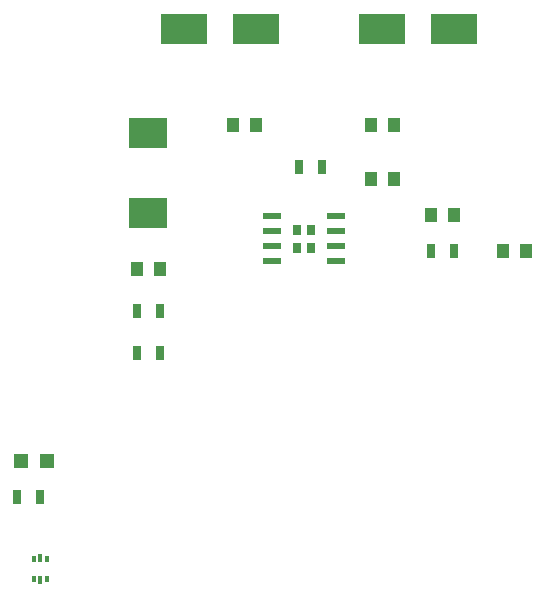
<source format=gbr>
G04 #@! TF.FileFunction,Paste,Top*
%FSLAX46Y46*%
G04 Gerber Fmt 4.6, Leading zero omitted, Abs format (unit mm)*
G04 Created by KiCad (PCBNEW 4.0.7) date Mon Jul  2 20:07:42 2018*
%MOMM*%
%LPD*%
G01*
G04 APERTURE LIST*
%ADD10C,0.100000*%
%ADD11R,4.000000X2.500000*%
%ADD12R,1.000000X1.250000*%
%ADD13R,3.300000X2.500000*%
%ADD14R,1.200000X1.200000*%
%ADD15R,0.700000X1.300000*%
%ADD16R,1.550000X0.600000*%
%ADD17R,0.720000X0.960000*%
%ADD18R,0.375000X0.500000*%
%ADD19R,0.300000X0.650000*%
G04 APERTURE END LIST*
D10*
D11*
X152906000Y-70104000D03*
X159006000Y-70104000D03*
D12*
X151908000Y-78232000D03*
X153908000Y-78232000D03*
X163084000Y-88900000D03*
X165084000Y-88900000D03*
X153908000Y-82804000D03*
X151908000Y-82804000D03*
X156988000Y-85852000D03*
X158988000Y-85852000D03*
X132096000Y-90424000D03*
X134096000Y-90424000D03*
X142224000Y-78232000D03*
X140224000Y-78232000D03*
D11*
X142242000Y-70104000D03*
X136142000Y-70104000D03*
D13*
X133096000Y-78896000D03*
X133096000Y-85696000D03*
D14*
X122344000Y-106680000D03*
X124544000Y-106680000D03*
D15*
X147762000Y-81788000D03*
X145862000Y-81788000D03*
X132146000Y-93980000D03*
X134046000Y-93980000D03*
X134046000Y-97536000D03*
X132146000Y-97536000D03*
X157038000Y-88900000D03*
X158938000Y-88900000D03*
X123886000Y-109728000D03*
X121986000Y-109728000D03*
D16*
X149004000Y-89789000D03*
X149004000Y-88519000D03*
X149004000Y-87249000D03*
X149004000Y-85979000D03*
X143604000Y-85979000D03*
X143604000Y-87249000D03*
X143604000Y-88519000D03*
X143604000Y-89789000D03*
D17*
X145704000Y-87084000D03*
X145704000Y-88684000D03*
X146904000Y-87084000D03*
X146904000Y-88684000D03*
D18*
X124489500Y-114974000D03*
X123414500Y-114974000D03*
D19*
X123952000Y-116749000D03*
X123952000Y-114899000D03*
D18*
X123414500Y-116674000D03*
X124489500Y-116674000D03*
M02*

</source>
